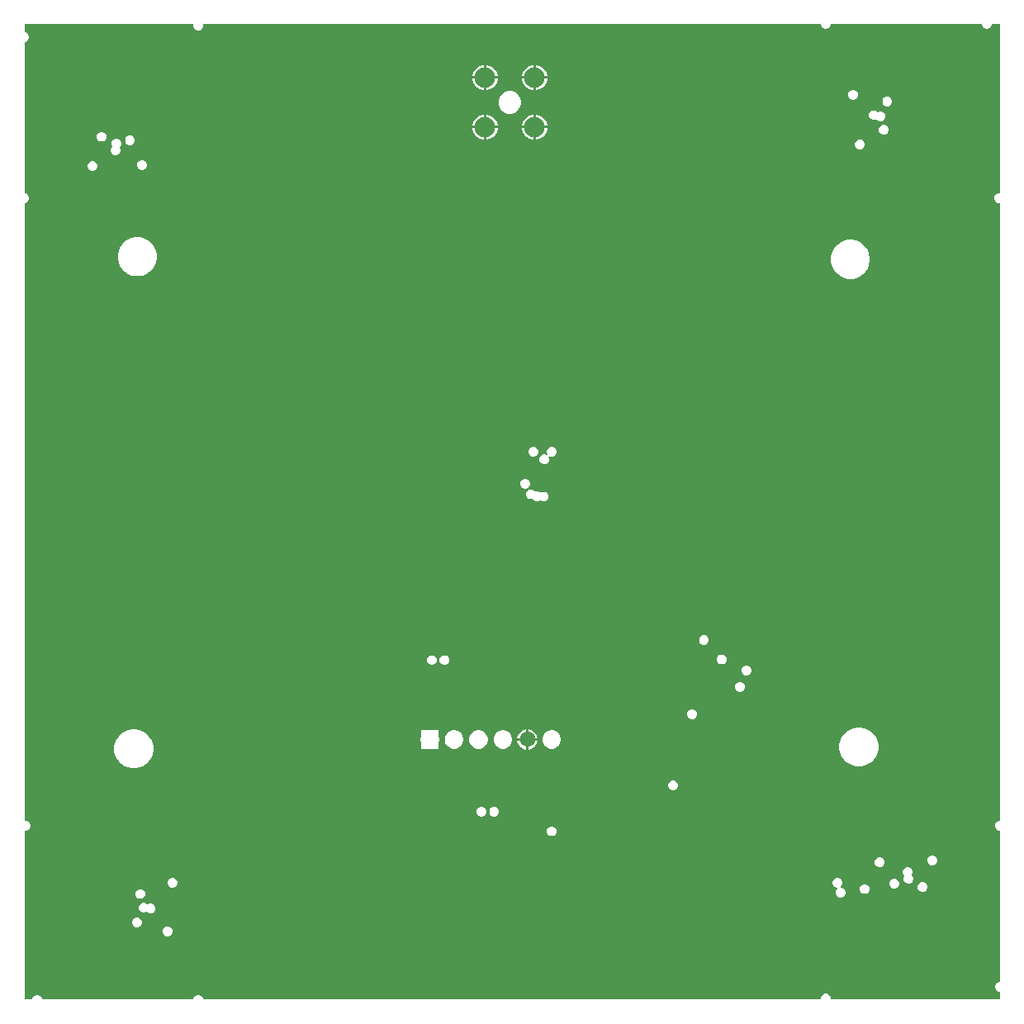
<source format=gbr>
G04*
G04 #@! TF.GenerationSoftware,Altium Limited,Altium Designer,25.0.2 (28)*
G04*
G04 Layer_Physical_Order=2*
G04 Layer_Color=36540*
%FSLAX24Y24*%
%MOIN*%
G70*
G04*
G04 #@! TF.SameCoordinates,4B7BC283-7035-4C9F-97D5-5998C8FB6373*
G04*
G04*
G04 #@! TF.FilePolarity,Positive*
G04*
G01*
G75*
%ADD70C,0.0630*%
%ADD73C,0.0827*%
%ADD76C,0.0197*%
G36*
X59039Y52228D02*
X58968D01*
X58896Y52198D01*
X58841Y52143D01*
X58811Y52070D01*
Y51992D01*
X58841Y51920D01*
X58896Y51864D01*
X58968Y51834D01*
X59039D01*
Y26891D01*
X59006D01*
X58934Y26861D01*
X58878Y26806D01*
X58848Y26734D01*
Y26655D01*
X58878Y26583D01*
X58934Y26528D01*
X59006Y26498D01*
X59039D01*
Y20377D01*
X59003D01*
X58931Y20348D01*
X58876Y20292D01*
X58846Y20220D01*
Y20141D01*
X58876Y20069D01*
X58931Y20014D01*
X59003Y19984D01*
X59039D01*
Y19669D01*
X52219D01*
X52214Y19676D01*
Y19754D01*
X52184Y19827D01*
X52129Y19882D01*
X52057Y19912D01*
X51978D01*
X51906Y19882D01*
X51851Y19827D01*
X51821Y19754D01*
Y19676D01*
X51816Y19669D01*
X26891D01*
Y19703D01*
X26861Y19775D01*
X26806Y19830D01*
X26734Y19860D01*
X26655D01*
X26583Y19830D01*
X26528Y19775D01*
X26498Y19703D01*
Y19669D01*
X20377D01*
Y19705D01*
X20348Y19778D01*
X20292Y19833D01*
X20220Y19863D01*
X20141D01*
X20069Y19833D01*
X20014Y19778D01*
X19984Y19705D01*
Y19669D01*
X19669D01*
Y26490D01*
X19676Y26494D01*
X19754D01*
X19827Y26524D01*
X19882Y26580D01*
X19912Y26652D01*
Y26730D01*
X19882Y26803D01*
X19827Y26858D01*
X19754Y26888D01*
X19676D01*
X19669Y26893D01*
Y51817D01*
X19703D01*
X19775Y51847D01*
X19830Y51903D01*
X19860Y51975D01*
Y52053D01*
X19830Y52126D01*
X19775Y52181D01*
X19703Y52211D01*
X19669D01*
Y58331D01*
X19705D01*
X19778Y58361D01*
X19833Y58417D01*
X19863Y58489D01*
Y58567D01*
X19833Y58640D01*
X19778Y58695D01*
X19705Y58725D01*
X19669D01*
Y59039D01*
X26490D01*
X26494Y59033D01*
Y58954D01*
X26524Y58882D01*
X26580Y58827D01*
X26652Y58797D01*
X26730D01*
X26803Y58827D01*
X26858Y58882D01*
X26888Y58954D01*
Y59033D01*
X26893Y59039D01*
X51824D01*
Y59013D01*
X51854Y58941D01*
X51910Y58885D01*
X51982Y58855D01*
X52060D01*
X52133Y58885D01*
X52188Y58941D01*
X52218Y59013D01*
Y59039D01*
X58324D01*
Y59010D01*
X58354Y58938D01*
X58410Y58883D01*
X58482Y58853D01*
X58560D01*
X58633Y58883D01*
X58688Y58938D01*
X58718Y59010D01*
Y59039D01*
X59039D01*
Y52228D01*
D02*
G37*
%LPC*%
G36*
X38327Y57398D02*
X38309D01*
Y56935D01*
X38772D01*
Y56953D01*
X38737Y57083D01*
X38669Y57200D01*
X38574Y57295D01*
X38457Y57363D01*
X38327Y57398D01*
D02*
G37*
G36*
X40327D02*
X40309D01*
Y56935D01*
X40772D01*
Y56953D01*
X40737Y57083D01*
X40669Y57200D01*
X40574Y57295D01*
X40457Y57363D01*
X40327Y57398D01*
D02*
G37*
G36*
X38211D02*
X38192D01*
X38062Y57363D01*
X37946Y57295D01*
X37850Y57200D01*
X37783Y57083D01*
X37748Y56953D01*
Y56935D01*
X38211D01*
Y57398D01*
D02*
G37*
G36*
X40211D02*
X40192D01*
X40062Y57363D01*
X39946Y57295D01*
X39850Y57200D01*
X39783Y57083D01*
X39748Y56953D01*
Y56935D01*
X40211D01*
Y57398D01*
D02*
G37*
G36*
X40772Y56837D02*
X40309D01*
Y56374D01*
X40327D01*
X40457Y56409D01*
X40574Y56476D01*
X40669Y56572D01*
X40737Y56688D01*
X40772Y56818D01*
Y56837D01*
D02*
G37*
G36*
X40211D02*
X39748D01*
Y56818D01*
X39783Y56688D01*
X39850Y56572D01*
X39946Y56476D01*
X40062Y56409D01*
X40192Y56374D01*
X40211D01*
Y56837D01*
D02*
G37*
G36*
X38772D02*
X38309D01*
Y56374D01*
X38327D01*
X38457Y56409D01*
X38574Y56476D01*
X38669Y56572D01*
X38737Y56688D01*
X38772Y56818D01*
Y56837D01*
D02*
G37*
G36*
X38211D02*
X37748D01*
Y56818D01*
X37783Y56688D01*
X37850Y56572D01*
X37946Y56476D01*
X38062Y56409D01*
X38192Y56374D01*
X38211D01*
Y56837D01*
D02*
G37*
G36*
X53161Y56393D02*
X53083D01*
X53011Y56363D01*
X52955Y56307D01*
X52925Y56235D01*
Y56157D01*
X52955Y56084D01*
X53011Y56029D01*
X53083Y55999D01*
X53161D01*
X53234Y56029D01*
X53289Y56084D01*
X53319Y56157D01*
Y56235D01*
X53289Y56307D01*
X53234Y56363D01*
X53161Y56393D01*
D02*
G37*
G36*
X54538Y56121D02*
X54460D01*
X54387Y56091D01*
X54332Y56036D01*
X54302Y55964D01*
Y55885D01*
X54332Y55813D01*
X54387Y55757D01*
X54460Y55728D01*
X54538D01*
X54610Y55757D01*
X54666Y55813D01*
X54696Y55885D01*
Y55964D01*
X54666Y56036D01*
X54610Y56091D01*
X54538Y56121D01*
D02*
G37*
G36*
X39319Y56339D02*
X39200D01*
X39085Y56308D01*
X38982Y56248D01*
X38898Y56164D01*
X38838Y56061D01*
X38807Y55945D01*
Y55826D01*
X38838Y55711D01*
X38898Y55608D01*
X38982Y55524D01*
X39085Y55464D01*
X39200Y55433D01*
X39319D01*
X39435Y55464D01*
X39538Y55524D01*
X39622Y55608D01*
X39682Y55711D01*
X39713Y55826D01*
Y55945D01*
X39682Y56061D01*
X39622Y56164D01*
X39538Y56248D01*
X39435Y56308D01*
X39319Y56339D01*
D02*
G37*
G36*
X53988Y55566D02*
X53910D01*
X53837Y55536D01*
X53782Y55481D01*
X53752Y55408D01*
Y55330D01*
X53782Y55258D01*
X53837Y55202D01*
X53910Y55172D01*
X53988D01*
X54060Y55202D01*
X54067Y55209D01*
X54113Y55163D01*
X54185Y55133D01*
X54264D01*
X54336Y55163D01*
X54391Y55218D01*
X54421Y55291D01*
Y55369D01*
X54391Y55441D01*
X54336Y55497D01*
X54264Y55527D01*
X54185D01*
X54113Y55497D01*
X54106Y55490D01*
X54060Y55536D01*
X53988Y55566D01*
D02*
G37*
G36*
X38327Y55398D02*
X38309D01*
Y54935D01*
X38772D01*
Y54953D01*
X38737Y55083D01*
X38669Y55200D01*
X38574Y55295D01*
X38457Y55363D01*
X38327Y55398D01*
D02*
G37*
G36*
X40327D02*
X40309D01*
Y54935D01*
X40772D01*
Y54953D01*
X40737Y55083D01*
X40669Y55200D01*
X40574Y55295D01*
X40457Y55363D01*
X40327Y55398D01*
D02*
G37*
G36*
X38211D02*
X38192D01*
X38062Y55363D01*
X37946Y55295D01*
X37850Y55200D01*
X37783Y55083D01*
X37748Y54953D01*
Y54935D01*
X38211D01*
Y55398D01*
D02*
G37*
G36*
X40211D02*
X40192D01*
X40062Y55363D01*
X39946Y55295D01*
X39850Y55200D01*
X39783Y55083D01*
X39748Y54953D01*
Y54935D01*
X40211D01*
Y55398D01*
D02*
G37*
G36*
X54398Y54974D02*
X54320D01*
X54247Y54944D01*
X54192Y54889D01*
X54162Y54816D01*
Y54738D01*
X54192Y54666D01*
X54247Y54610D01*
X54320Y54580D01*
X54398D01*
X54470Y54610D01*
X54526Y54666D01*
X54556Y54738D01*
Y54816D01*
X54526Y54889D01*
X54470Y54944D01*
X54398Y54974D01*
D02*
G37*
G36*
X40772Y54837D02*
X40309D01*
Y54374D01*
X40327D01*
X40457Y54409D01*
X40574Y54476D01*
X40669Y54572D01*
X40737Y54688D01*
X40772Y54818D01*
Y54837D01*
D02*
G37*
G36*
X40211D02*
X39748D01*
Y54818D01*
X39783Y54688D01*
X39850Y54572D01*
X39946Y54476D01*
X40062Y54409D01*
X40192Y54374D01*
X40211D01*
Y54837D01*
D02*
G37*
G36*
X38772D02*
X38309D01*
Y54374D01*
X38327D01*
X38457Y54409D01*
X38574Y54476D01*
X38669Y54572D01*
X38737Y54688D01*
X38772Y54818D01*
Y54837D01*
D02*
G37*
G36*
X38211D02*
X37748D01*
Y54818D01*
X37783Y54688D01*
X37850Y54572D01*
X37946Y54476D01*
X38062Y54409D01*
X38192Y54374D01*
X38211D01*
Y54837D01*
D02*
G37*
G36*
X22823Y54696D02*
X22745D01*
X22673Y54666D01*
X22617Y54610D01*
X22587Y54538D01*
Y54460D01*
X22617Y54387D01*
X22673Y54332D01*
X22745Y54302D01*
X22823D01*
X22896Y54332D01*
X22951Y54387D01*
X22981Y54460D01*
Y54538D01*
X22951Y54610D01*
X22896Y54666D01*
X22823Y54696D01*
D02*
G37*
G36*
X23971Y54556D02*
X23892D01*
X23820Y54526D01*
X23765Y54470D01*
X23735Y54398D01*
Y54320D01*
X23765Y54247D01*
X23820Y54192D01*
X23892Y54162D01*
X23971D01*
X24043Y54192D01*
X24098Y54247D01*
X24128Y54320D01*
Y54398D01*
X24098Y54470D01*
X24043Y54526D01*
X23971Y54556D01*
D02*
G37*
G36*
X53437Y54385D02*
X53358D01*
X53286Y54355D01*
X53231Y54300D01*
X53201Y54227D01*
Y54149D01*
X53231Y54077D01*
X53286Y54021D01*
X53358Y53991D01*
X53437D01*
X53509Y54021D01*
X53565Y54077D01*
X53594Y54149D01*
Y54227D01*
X53565Y54300D01*
X53509Y54355D01*
X53437Y54385D01*
D02*
G37*
G36*
X23418Y54421D02*
X23340D01*
X23267Y54391D01*
X23212Y54336D01*
X23182Y54264D01*
Y54185D01*
X23212Y54113D01*
X23219Y54106D01*
X23173Y54060D01*
X23143Y53988D01*
Y53910D01*
X23173Y53837D01*
X23228Y53782D01*
X23300Y53752D01*
X23379D01*
X23451Y53782D01*
X23506Y53837D01*
X23536Y53910D01*
Y53988D01*
X23506Y54060D01*
X23500Y54067D01*
X23546Y54113D01*
X23576Y54185D01*
Y54264D01*
X23546Y54336D01*
X23490Y54391D01*
X23418Y54421D01*
D02*
G37*
G36*
X24460Y53558D02*
X24382D01*
X24310Y53528D01*
X24254Y53473D01*
X24224Y53400D01*
Y53322D01*
X24254Y53250D01*
X24310Y53194D01*
X24382Y53164D01*
X24460D01*
X24533Y53194D01*
X24588Y53250D01*
X24618Y53322D01*
Y53400D01*
X24588Y53473D01*
X24533Y53528D01*
X24460Y53558D01*
D02*
G37*
G36*
X22453Y53519D02*
X22374D01*
X22302Y53489D01*
X22246Y53433D01*
X22217Y53361D01*
Y53283D01*
X22246Y53210D01*
X22302Y53155D01*
X22374Y53125D01*
X22453D01*
X22525Y53155D01*
X22580Y53210D01*
X22610Y53283D01*
Y53361D01*
X22580Y53433D01*
X22525Y53489D01*
X22453Y53519D01*
D02*
G37*
G36*
X24306Y50445D02*
X24151D01*
X23999Y50415D01*
X23855Y50355D01*
X23726Y50269D01*
X23617Y50159D01*
X23530Y50030D01*
X23471Y49887D01*
X23441Y49735D01*
Y49580D01*
X23471Y49428D01*
X23530Y49284D01*
X23617Y49155D01*
X23726Y49046D01*
X23855Y48960D01*
X23999Y48900D01*
X24151Y48870D01*
X24306D01*
X24458Y48900D01*
X24601Y48960D01*
X24730Y49046D01*
X24840Y49155D01*
X24926Y49284D01*
X24986Y49428D01*
X25016Y49580D01*
Y49735D01*
X24986Y49887D01*
X24926Y50030D01*
X24840Y50159D01*
X24730Y50269D01*
X24601Y50355D01*
X24458Y50415D01*
X24306Y50445D01*
D02*
G37*
G36*
X53085Y50335D02*
X52930D01*
X52778Y50304D01*
X52635Y50245D01*
X52506Y50159D01*
X52396Y50049D01*
X52310Y49920D01*
X52251Y49777D01*
X52220Y49625D01*
Y49470D01*
X52251Y49318D01*
X52310Y49174D01*
X52396Y49045D01*
X52506Y48936D01*
X52635Y48849D01*
X52778Y48790D01*
X52930Y48760D01*
X53085D01*
X53238Y48790D01*
X53381Y48849D01*
X53510Y48936D01*
X53620Y49045D01*
X53706Y49174D01*
X53765Y49318D01*
X53795Y49470D01*
Y49625D01*
X53765Y49777D01*
X53706Y49920D01*
X53620Y50049D01*
X53510Y50159D01*
X53381Y50245D01*
X53238Y50304D01*
X53085Y50335D01*
D02*
G37*
G36*
X40996Y41983D02*
X40918D01*
X40845Y41953D01*
X40790Y41898D01*
X40760Y41826D01*
Y41747D01*
X40790Y41675D01*
X40797Y41668D01*
X40773Y41638D01*
X40700Y41668D01*
X40622D01*
X40550Y41638D01*
X40494Y41583D01*
X40464Y41511D01*
Y41432D01*
X40494Y41360D01*
X40550Y41305D01*
X40622Y41275D01*
X40700D01*
X40773Y41305D01*
X40828Y41360D01*
X40858Y41432D01*
Y41511D01*
X40828Y41583D01*
X40821Y41590D01*
X40845Y41620D01*
X40918Y41590D01*
X40996D01*
X41068Y41620D01*
X41124Y41675D01*
X41154Y41747D01*
Y41826D01*
X41124Y41898D01*
X41068Y41953D01*
X40996Y41983D01*
D02*
G37*
G36*
X40248D02*
X40170D01*
X40097Y41953D01*
X40042Y41898D01*
X40012Y41826D01*
Y41747D01*
X40042Y41675D01*
X40097Y41620D01*
X40170Y41590D01*
X40248D01*
X40320Y41620D01*
X40376Y41675D01*
X40406Y41747D01*
Y41826D01*
X40376Y41898D01*
X40320Y41953D01*
X40248Y41983D01*
D02*
G37*
G36*
X39925Y40687D02*
X39847D01*
X39774Y40657D01*
X39719Y40602D01*
X39689Y40529D01*
Y40451D01*
X39719Y40379D01*
X39774Y40323D01*
X39847Y40293D01*
X39925D01*
X39997Y40323D01*
X40053Y40379D01*
X40083Y40451D01*
Y40529D01*
X40053Y40602D01*
X39997Y40657D01*
X39925Y40687D01*
D02*
G37*
G36*
X40141Y40263D02*
X40063D01*
X39990Y40233D01*
X39935Y40178D01*
X39905Y40106D01*
Y40027D01*
X39935Y39955D01*
X39990Y39900D01*
X40063Y39870D01*
X40141D01*
X40187Y39889D01*
X40195Y39870D01*
X40251Y39814D01*
X40323Y39784D01*
X40401D01*
X40474Y39814D01*
X40488Y39828D01*
X40513Y39802D01*
X40586Y39773D01*
X40664D01*
X40736Y39802D01*
X40792Y39858D01*
X40822Y39930D01*
Y40009D01*
X40792Y40081D01*
X40736Y40136D01*
X40664Y40166D01*
X40586D01*
X40513Y40136D01*
X40499Y40122D01*
X40474Y40148D01*
X40401Y40178D01*
X40323D01*
X40277Y40159D01*
X40269Y40178D01*
X40213Y40233D01*
X40141Y40263D01*
D02*
G37*
G36*
X47138Y34385D02*
X47059D01*
X46987Y34355D01*
X46932Y34300D01*
X46902Y34227D01*
Y34149D01*
X46932Y34077D01*
X46987Y34021D01*
X47059Y33991D01*
X47138D01*
X47210Y34021D01*
X47265Y34077D01*
X47295Y34149D01*
Y34227D01*
X47265Y34300D01*
X47210Y34355D01*
X47138Y34385D01*
D02*
G37*
G36*
X47844Y33598D02*
X47766D01*
X47694Y33568D01*
X47638Y33512D01*
X47608Y33440D01*
Y33362D01*
X47638Y33289D01*
X47694Y33234D01*
X47766Y33204D01*
X47844D01*
X47917Y33234D01*
X47972Y33289D01*
X48002Y33362D01*
Y33440D01*
X47972Y33512D01*
X47917Y33568D01*
X47844Y33598D01*
D02*
G37*
G36*
X36665Y33566D02*
X36587D01*
X36514Y33536D01*
X36459Y33481D01*
X36429Y33408D01*
Y33330D01*
X36459Y33258D01*
X36514Y33202D01*
X36587Y33172D01*
X36665D01*
X36737Y33202D01*
X36793Y33258D01*
X36823Y33330D01*
Y33408D01*
X36793Y33481D01*
X36737Y33536D01*
X36665Y33566D01*
D02*
G37*
G36*
X36153D02*
X36075D01*
X36003Y33536D01*
X35947Y33481D01*
X35917Y33408D01*
Y33330D01*
X35947Y33258D01*
X36003Y33202D01*
X36075Y33172D01*
X36153D01*
X36226Y33202D01*
X36281Y33258D01*
X36311Y33330D01*
Y33408D01*
X36281Y33481D01*
X36226Y33536D01*
X36153Y33566D01*
D02*
G37*
G36*
X48850Y33157D02*
X48772D01*
X48700Y33127D01*
X48644Y33071D01*
X48614Y32999D01*
Y32921D01*
X48644Y32848D01*
X48700Y32793D01*
X48772Y32763D01*
X48850D01*
X48923Y32793D01*
X48978Y32848D01*
X49008Y32921D01*
Y32999D01*
X48978Y33071D01*
X48923Y33127D01*
X48850Y33157D01*
D02*
G37*
G36*
X48594Y32495D02*
X48516D01*
X48444Y32465D01*
X48388Y32410D01*
X48358Y32337D01*
Y32259D01*
X48388Y32187D01*
X48444Y32131D01*
X48516Y32101D01*
X48594D01*
X48667Y32131D01*
X48722Y32187D01*
X48752Y32259D01*
Y32337D01*
X48722Y32410D01*
X48667Y32465D01*
X48594Y32495D01*
D02*
G37*
G36*
X46665Y31393D02*
X46587D01*
X46514Y31363D01*
X46459Y31307D01*
X46429Y31235D01*
Y31157D01*
X46459Y31084D01*
X46514Y31029D01*
X46587Y30999D01*
X46665D01*
X46737Y31029D01*
X46793Y31084D01*
X46823Y31157D01*
Y31235D01*
X46793Y31307D01*
X46737Y31363D01*
X46665Y31393D01*
D02*
G37*
G36*
X40023Y30583D02*
X40018D01*
Y30219D01*
X40382D01*
Y30224D01*
X40354Y30329D01*
X40299Y30423D01*
X40222Y30500D01*
X40128Y30555D01*
X40023Y30583D01*
D02*
G37*
G36*
X39919D02*
X39914D01*
X39809Y30555D01*
X39715Y30500D01*
X39638Y30423D01*
X39583Y30329D01*
X39555Y30224D01*
Y30219D01*
X39919D01*
Y30583D01*
D02*
G37*
G36*
X36081Y30543D02*
X35982D01*
X35982Y30543D01*
X35672D01*
Y30275D01*
X35657Y30219D01*
Y30120D01*
X35672Y30064D01*
Y29795D01*
X36391D01*
Y30064D01*
X36405Y30120D01*
Y30219D01*
X36391Y30274D01*
Y30543D01*
X36081D01*
X36081Y30543D01*
D02*
G37*
G36*
X41002Y30543D02*
X40904D01*
X40904Y30543D01*
X40904D01*
X40808Y30518D01*
X40723Y30469D01*
X40653Y30399D01*
X40604Y30314D01*
X40579Y30219D01*
Y30120D01*
X40604Y30025D01*
X40653Y29940D01*
X40723Y29870D01*
X40808Y29821D01*
X40904Y29795D01*
X41002D01*
X41002Y29795D01*
X41002D01*
X41097Y29821D01*
X41183Y29870D01*
X41252Y29940D01*
X41301Y30025D01*
X41327Y30120D01*
Y30219D01*
X41301Y30314D01*
X41252Y30399D01*
X41183Y30469D01*
X41097Y30518D01*
X41002Y30543D01*
D02*
G37*
G36*
X39034D02*
X38935D01*
X38935Y30543D01*
X38935D01*
X38840Y30518D01*
X38754Y30469D01*
X38685Y30399D01*
X38636Y30314D01*
X38610Y30219D01*
Y30120D01*
X38636Y30025D01*
X38685Y29940D01*
X38754Y29870D01*
X38840Y29821D01*
X38935Y29795D01*
X39033D01*
X39033Y29795D01*
X39034D01*
X39129Y29821D01*
X39214Y29870D01*
X39284Y29940D01*
X39333Y30025D01*
X39358Y30120D01*
Y30219D01*
X39333Y30314D01*
X39284Y30399D01*
X39214Y30469D01*
X39129Y30518D01*
X39034Y30543D01*
D02*
G37*
G36*
X38049D02*
X37951D01*
X37951Y30543D01*
X37951D01*
X37856Y30518D01*
X37770Y30469D01*
X37701Y30399D01*
X37651Y30314D01*
X37626Y30219D01*
Y30120D01*
X37651Y30025D01*
X37701Y29940D01*
X37770Y29870D01*
X37856Y29821D01*
X37951Y29795D01*
X38049D01*
X38144Y29821D01*
X38144Y29821D01*
X38144Y29821D01*
X38230Y29870D01*
X38299Y29940D01*
X38348Y30025D01*
X38374Y30120D01*
Y30219D01*
X38348Y30314D01*
X38299Y30399D01*
X38230Y30469D01*
X38144Y30518D01*
X38049Y30543D01*
D02*
G37*
G36*
X37065D02*
X36967D01*
X36967Y30543D01*
X36966D01*
X36871Y30518D01*
X36786Y30469D01*
X36716Y30399D01*
X36667Y30314D01*
X36642Y30219D01*
Y30120D01*
X36667Y30025D01*
X36716Y29940D01*
X36786Y29870D01*
X36871Y29821D01*
X36966Y29795D01*
X37065D01*
X37065Y29795D01*
X37065D01*
X37160Y29821D01*
X37245Y29870D01*
X37315Y29940D01*
X37364Y30025D01*
X37390Y30120D01*
Y30219D01*
X37364Y30314D01*
X37315Y30399D01*
X37245Y30469D01*
X37160Y30518D01*
X37065Y30543D01*
D02*
G37*
G36*
X40382Y30120D02*
X40018D01*
Y29756D01*
X40023D01*
X40128Y29784D01*
X40222Y29839D01*
X40299Y29915D01*
X40354Y30010D01*
X40382Y30115D01*
Y30120D01*
D02*
G37*
G36*
X39919D02*
X39555D01*
Y30115D01*
X39583Y30010D01*
X39638Y29915D01*
X39715Y29839D01*
X39809Y29784D01*
X39914Y29756D01*
X39919D01*
Y30120D01*
D02*
G37*
G36*
X53432Y30656D02*
X53277D01*
X53125Y30625D01*
X52981Y30566D01*
X52852Y30480D01*
X52743Y30370D01*
X52656Y30241D01*
X52597Y30098D01*
X52567Y29946D01*
Y29791D01*
X52597Y29638D01*
X52656Y29495D01*
X52743Y29366D01*
X52852Y29256D01*
X52981Y29170D01*
X53125Y29111D01*
X53277Y29081D01*
X53432D01*
X53584Y29111D01*
X53727Y29170D01*
X53856Y29256D01*
X53966Y29366D01*
X54052Y29495D01*
X54112Y29638D01*
X54142Y29791D01*
Y29946D01*
X54112Y30098D01*
X54052Y30241D01*
X53966Y30370D01*
X53856Y30480D01*
X53727Y30566D01*
X53584Y30625D01*
X53432Y30656D01*
D02*
G37*
G36*
X24164Y30583D02*
X24009D01*
X23857Y30552D01*
X23714Y30493D01*
X23585Y30407D01*
X23475Y30297D01*
X23389Y30168D01*
X23329Y30025D01*
X23299Y29873D01*
Y29718D01*
X23329Y29566D01*
X23389Y29422D01*
X23475Y29293D01*
X23585Y29184D01*
X23714Y29097D01*
X23857Y29038D01*
X24009Y29008D01*
X24164D01*
X24316Y29038D01*
X24460Y29097D01*
X24589Y29184D01*
X24698Y29293D01*
X24784Y29422D01*
X24844Y29566D01*
X24874Y29718D01*
Y29873D01*
X24844Y30025D01*
X24784Y30168D01*
X24698Y30297D01*
X24589Y30407D01*
X24460Y30493D01*
X24316Y30552D01*
X24164Y30583D01*
D02*
G37*
G36*
X45893Y28519D02*
X45815D01*
X45743Y28489D01*
X45687Y28433D01*
X45657Y28361D01*
Y28283D01*
X45687Y28210D01*
X45743Y28155D01*
X45815Y28125D01*
X45893D01*
X45966Y28155D01*
X46021Y28210D01*
X46051Y28283D01*
Y28361D01*
X46021Y28433D01*
X45966Y28489D01*
X45893Y28519D01*
D02*
G37*
G36*
X38673Y27456D02*
X38595D01*
X38522Y27426D01*
X38467Y27370D01*
X38437Y27298D01*
Y27220D01*
X38467Y27147D01*
X38522Y27092D01*
X38595Y27062D01*
X38673D01*
X38745Y27092D01*
X38801Y27147D01*
X38831Y27220D01*
Y27298D01*
X38801Y27370D01*
X38745Y27426D01*
X38673Y27456D01*
D02*
G37*
G36*
X38161D02*
X38083D01*
X38011Y27426D01*
X37955Y27370D01*
X37925Y27298D01*
Y27220D01*
X37955Y27147D01*
X38011Y27092D01*
X38083Y27062D01*
X38161D01*
X38234Y27092D01*
X38289Y27147D01*
X38319Y27220D01*
Y27298D01*
X38289Y27370D01*
X38234Y27426D01*
X38161Y27456D01*
D02*
G37*
G36*
X40987Y26663D02*
X40909D01*
X40837Y26633D01*
X40781Y26577D01*
X40751Y26505D01*
Y26427D01*
X40781Y26354D01*
X40837Y26299D01*
X40909Y26269D01*
X40987D01*
X41060Y26299D01*
X41115Y26354D01*
X41145Y26427D01*
Y26505D01*
X41115Y26577D01*
X41060Y26633D01*
X40987Y26663D01*
D02*
G37*
G36*
X56350Y25487D02*
X56272D01*
X56200Y25457D01*
X56144Y25402D01*
X56114Y25330D01*
Y25251D01*
X56144Y25179D01*
X56200Y25124D01*
X56272Y25094D01*
X56350D01*
X56423Y25124D01*
X56478Y25179D01*
X56508Y25251D01*
Y25330D01*
X56478Y25402D01*
X56423Y25457D01*
X56350Y25487D01*
D02*
G37*
G36*
X54232Y25409D02*
X54153D01*
X54081Y25379D01*
X54026Y25323D01*
X53996Y25251D01*
Y25173D01*
X54026Y25100D01*
X54081Y25045D01*
X54153Y25015D01*
X54232D01*
X54304Y25045D01*
X54359Y25100D01*
X54389Y25173D01*
Y25251D01*
X54359Y25323D01*
X54304Y25379D01*
X54232Y25409D01*
D02*
G37*
G36*
X55366Y25015D02*
X55288D01*
X55215Y24985D01*
X55160Y24929D01*
X55130Y24857D01*
Y24779D01*
X55160Y24706D01*
X55202Y24664D01*
X55191Y24653D01*
X55161Y24580D01*
Y24502D01*
X55191Y24430D01*
X55247Y24374D01*
X55319Y24344D01*
X55397D01*
X55470Y24374D01*
X55525Y24430D01*
X55555Y24502D01*
Y24580D01*
X55525Y24653D01*
X55482Y24695D01*
X55494Y24706D01*
X55524Y24779D01*
Y24857D01*
X55494Y24929D01*
X55438Y24985D01*
X55366Y25015D01*
D02*
G37*
G36*
X25681Y24582D02*
X25603D01*
X25530Y24552D01*
X25475Y24496D01*
X25445Y24424D01*
Y24346D01*
X25475Y24273D01*
X25530Y24218D01*
X25603Y24188D01*
X25681D01*
X25753Y24218D01*
X25809Y24273D01*
X25839Y24346D01*
Y24424D01*
X25809Y24496D01*
X25753Y24552D01*
X25681Y24582D01*
D02*
G37*
G36*
X54816Y24547D02*
X54738D01*
X54666Y24517D01*
X54610Y24461D01*
X54580Y24389D01*
Y24311D01*
X54610Y24238D01*
X54666Y24183D01*
X54738Y24153D01*
X54816D01*
X54889Y24183D01*
X54944Y24238D01*
X54974Y24311D01*
Y24389D01*
X54944Y24461D01*
X54889Y24517D01*
X54816Y24547D01*
D02*
G37*
G36*
X55964Y24407D02*
X55885D01*
X55813Y24377D01*
X55757Y24321D01*
X55728Y24249D01*
Y24171D01*
X55757Y24098D01*
X55813Y24043D01*
X55885Y24013D01*
X55964D01*
X56036Y24043D01*
X56091Y24098D01*
X56121Y24171D01*
Y24249D01*
X56091Y24321D01*
X56036Y24377D01*
X55964Y24407D01*
D02*
G37*
G36*
X53634Y24331D02*
X53555D01*
X53483Y24301D01*
X53428Y24246D01*
X53398Y24173D01*
Y24095D01*
X53428Y24023D01*
X53483Y23967D01*
X53555Y23937D01*
X53634D01*
X53706Y23967D01*
X53761Y24023D01*
X53791Y24095D01*
Y24173D01*
X53761Y24246D01*
X53706Y24301D01*
X53634Y24331D01*
D02*
G37*
G36*
X52531Y24584D02*
X52453D01*
X52381Y24555D01*
X52325Y24499D01*
X52295Y24427D01*
Y24348D01*
X52325Y24276D01*
X52381Y24221D01*
X52453Y24191D01*
X52477D01*
X52481Y24183D01*
X52489Y24151D01*
X52440Y24103D01*
X52410Y24030D01*
Y23952D01*
X52440Y23880D01*
X52496Y23824D01*
X52568Y23794D01*
X52646D01*
X52719Y23824D01*
X52774Y23880D01*
X52804Y23952D01*
Y24030D01*
X52774Y24103D01*
X52719Y24158D01*
X52646Y24188D01*
X52622D01*
X52618Y24196D01*
X52610Y24227D01*
X52659Y24276D01*
X52689Y24348D01*
Y24427D01*
X52659Y24499D01*
X52604Y24555D01*
X52531Y24584D01*
D02*
G37*
G36*
X24389Y24128D02*
X24311D01*
X24238Y24098D01*
X24183Y24043D01*
X24153Y23971D01*
Y23892D01*
X24183Y23820D01*
X24238Y23765D01*
X24311Y23735D01*
X24389D01*
X24461Y23765D01*
X24517Y23820D01*
X24547Y23892D01*
Y23971D01*
X24517Y24043D01*
X24461Y24098D01*
X24389Y24128D01*
D02*
G37*
G36*
X24523Y23576D02*
X24445D01*
X24373Y23546D01*
X24317Y23490D01*
X24287Y23418D01*
Y23340D01*
X24317Y23267D01*
X24373Y23212D01*
X24445Y23182D01*
X24523D01*
X24596Y23212D01*
X24602Y23219D01*
X24648Y23173D01*
X24721Y23143D01*
X24799D01*
X24871Y23173D01*
X24927Y23228D01*
X24957Y23300D01*
Y23379D01*
X24927Y23451D01*
X24871Y23506D01*
X24799Y23536D01*
X24721D01*
X24648Y23506D01*
X24642Y23500D01*
X24596Y23546D01*
X24523Y23576D01*
D02*
G37*
G36*
X24249Y22981D02*
X24171D01*
X24098Y22951D01*
X24043Y22896D01*
X24013Y22823D01*
Y22745D01*
X24043Y22673D01*
X24098Y22617D01*
X24171Y22587D01*
X24249D01*
X24321Y22617D01*
X24377Y22673D01*
X24407Y22745D01*
Y22823D01*
X24377Y22896D01*
X24321Y22951D01*
X24249Y22981D01*
D02*
G37*
G36*
X25478Y22628D02*
X25400D01*
X25328Y22598D01*
X25272Y22543D01*
X25242Y22470D01*
Y22392D01*
X25272Y22320D01*
X25328Y22264D01*
X25400Y22234D01*
X25478D01*
X25551Y22264D01*
X25606Y22320D01*
X25636Y22392D01*
Y22470D01*
X25606Y22543D01*
X25551Y22598D01*
X25478Y22628D01*
D02*
G37*
%LPD*%
D70*
X39969Y30169D02*
D03*
D73*
X40260Y56886D02*
D03*
X38260D02*
D03*
Y54886D02*
D03*
X40260D02*
D03*
D76*
X51913Y49732D02*
D03*
X38834Y23741D02*
D03*
X39894Y23746D02*
D03*
X41492Y23741D02*
D03*
X37236Y23746D02*
D03*
X48454Y47676D02*
D03*
X35806Y41993D02*
D03*
X34804Y44609D02*
D03*
X32991Y45288D02*
D03*
X35279Y41203D02*
D03*
X32020Y47392D02*
D03*
X27844Y51568D02*
D03*
X36404Y41211D02*
D03*
X35005Y43133D02*
D03*
X29416Y48838D02*
D03*
X30283Y47982D02*
D03*
X28119Y50159D02*
D03*
X34383Y43896D02*
D03*
X37715Y39921D02*
D03*
X34108Y45305D02*
D03*
X32716Y46697D02*
D03*
X35975Y40507D02*
D03*
X27423Y50855D02*
D03*
X32295Y45984D02*
D03*
X36559Y39893D02*
D03*
X25756Y53656D02*
D03*
X35005Y42148D02*
D03*
X26031Y52247D02*
D03*
X35500Y43913D02*
D03*
X33412Y46001D02*
D03*
X29236Y50176D02*
D03*
X28540Y50872D02*
D03*
X27148Y52264D02*
D03*
X33687Y44592D02*
D03*
X31599Y46680D02*
D03*
X35806Y42977D02*
D03*
X26727Y51551D02*
D03*
X31324Y48088D02*
D03*
X37367Y39115D02*
D03*
X30903Y47376D02*
D03*
X37100Y40515D02*
D03*
X24972Y23007D02*
D03*
X22807Y53479D02*
D03*
X58823Y27029D02*
D03*
X58397Y27029D02*
D03*
X58397Y26603D02*
D03*
X47413Y33873D02*
D03*
X42846Y39739D02*
D03*
X44815Y37810D02*
D03*
X46980Y36944D02*
D03*
X46547Y34188D02*
D03*
X46980Y34779D02*
D03*
X48083Y34188D02*
D03*
X46902Y32062D02*
D03*
X47531Y32456D02*
D03*
Y32731D02*
D03*
X21437Y30551D02*
D03*
X27471Y26997D02*
D03*
X28160Y27693D02*
D03*
X26627Y26136D02*
D03*
X25708Y25227D02*
D03*
X54382Y21432D02*
D03*
X54028Y21117D02*
D03*
X53398Y57101D02*
D03*
X56547Y57653D02*
D03*
X56980Y53401D02*
D03*
X57650Y53912D02*
D03*
X51689Y20356D02*
D03*
X51690Y19930D02*
D03*
X52116Y20357D02*
D03*
X20315Y58437D02*
D03*
X19888Y58863D02*
D03*
X20314Y58863D02*
D03*
X19886Y51679D02*
D03*
X20311Y52106D02*
D03*
X20312Y51680D02*
D03*
X27019Y58352D02*
D03*
X26593Y58352D02*
D03*
X27019Y58779D02*
D03*
X20357Y26593D02*
D03*
X20356Y27019D02*
D03*
X19930Y27019D02*
D03*
X20265Y20322D02*
D03*
X19846Y19888D02*
D03*
X19839Y20321D02*
D03*
X27030Y19886D02*
D03*
X26603Y20311D02*
D03*
X27029Y20312D02*
D03*
X58394Y20272D02*
D03*
X58821Y19846D02*
D03*
X58394Y19846D02*
D03*
X58779Y51690D02*
D03*
X58352Y52116D02*
D03*
X58352Y51689D02*
D03*
X51672Y58816D02*
D03*
X52099Y58390D02*
D03*
X51673Y58390D02*
D03*
X58437Y58394D02*
D03*
X58863Y58821D02*
D03*
X58863Y58394D02*
D03*
X54147Y57592D02*
D03*
X52807Y58931D02*
D03*
X39354Y39361D02*
D03*
X55327Y23382D02*
D03*
X39786Y39364D02*
D03*
X39349Y37968D02*
D03*
X40602Y39503D02*
D03*
X40130Y38598D02*
D03*
X38622Y38593D02*
D03*
X39357Y39788D02*
D03*
X25563Y21393D02*
D03*
X21350Y53086D02*
D03*
X57138Y25645D02*
D03*
X52846Y57062D02*
D03*
X53398Y54739D02*
D03*
X53673Y55015D02*
D03*
X53516Y55920D02*
D03*
X23004Y58755D02*
D03*
X55091D02*
D03*
X58831Y55802D02*
D03*
Y23716D02*
D03*
X23594Y19779D02*
D03*
X55681D02*
D03*
X49776D02*
D03*
X45051D02*
D03*
X38752D02*
D03*
X32453D02*
D03*
X30091Y58755D02*
D03*
X34815D02*
D03*
X39539D02*
D03*
X44264D02*
D03*
X48791D02*
D03*
X52768Y27298D02*
D03*
X50799Y29188D02*
D03*
X56665Y25999D02*
D03*
X56941Y23086D02*
D03*
X54736Y21747D02*
D03*
X56665Y21865D02*
D03*
X56350Y22220D02*
D03*
X25878Y22023D02*
D03*
X21035Y24661D02*
D03*
X21783Y23912D02*
D03*
X22217Y52810D02*
D03*
X21823Y55684D02*
D03*
X22217Y56668D02*
D03*
X24028Y57062D02*
D03*
X24500Y57495D02*
D03*
X52728Y56550D02*
D03*
X57413Y54227D02*
D03*
X56941Y54700D02*
D03*
X55681Y56865D02*
D03*
X56508Y56393D02*
D03*
X53398Y53873D02*
D03*
X26350Y53125D02*
D03*
X25130D02*
D03*
X26372Y58068D02*
D03*
X25112Y57950D02*
D03*
X25742Y58620D02*
D03*
X25703Y57360D02*
D03*
X25466Y58305D02*
D03*
X25978Y57714D02*
D03*
X26057Y58935D02*
D03*
X21057Y52856D02*
D03*
X19797Y52738D02*
D03*
X20427Y53407D02*
D03*
X20151Y53092D02*
D03*
X20663Y52501D02*
D03*
X20742Y53722D02*
D03*
X21057Y57725D02*
D03*
X19797Y57843D02*
D03*
X20427Y57174D02*
D03*
X21862Y57023D02*
D03*
X20151Y57489D02*
D03*
X20663Y58079D02*
D03*
X21429Y57377D02*
D03*
X20742Y56859D02*
D03*
X58050Y52356D02*
D03*
X57931Y53615D02*
D03*
X58601Y52985D02*
D03*
X57341Y53025D02*
D03*
X58286Y53261D02*
D03*
X57695Y52749D02*
D03*
X58916Y52671D02*
D03*
X52376Y58092D02*
D03*
X53674Y57972D02*
D03*
X53045Y57383D02*
D03*
X53271Y58441D02*
D03*
X52769Y57738D02*
D03*
X57722Y57671D02*
D03*
X57840Y58930D02*
D03*
X57171Y58300D02*
D03*
X57020Y56865D02*
D03*
X57486Y58576D02*
D03*
X58076Y58064D02*
D03*
X57335Y57259D02*
D03*
X56856Y57985D02*
D03*
X58069Y26310D02*
D03*
X57951Y25050D02*
D03*
X58620Y25680D02*
D03*
X57360Y25641D02*
D03*
X58305Y25404D02*
D03*
X57715Y25916D02*
D03*
X58935Y25995D02*
D03*
X58059Y20558D02*
D03*
X57941Y21818D02*
D03*
X58610Y21188D02*
D03*
X57351Y21227D02*
D03*
X56957Y21582D02*
D03*
X58295Y21464D02*
D03*
X57705Y20952D02*
D03*
X58925Y20873D02*
D03*
X52335Y20638D02*
D03*
X53595Y20757D02*
D03*
X52965Y20087D02*
D03*
X53004Y21347D02*
D03*
X53240Y20402D02*
D03*
X52729Y20993D02*
D03*
X52650Y19772D02*
D03*
X20635Y26377D02*
D03*
X20754Y25117D02*
D03*
X20084Y25747D02*
D03*
X21344Y25707D02*
D03*
X20399Y25471D02*
D03*
X20990Y25983D02*
D03*
X19769Y26062D02*
D03*
X24852Y20936D02*
D03*
X26312Y20642D02*
D03*
X25052Y20760D02*
D03*
X25682Y20091D02*
D03*
X25407Y20406D02*
D03*
X25919Y20996D02*
D03*
X25997Y19776D02*
D03*
X20878Y19779D02*
D03*
X20957Y20999D02*
D03*
X21469Y20409D02*
D03*
X23043Y21826D02*
D03*
X22256Y22456D02*
D03*
X21980Y22101D02*
D03*
X21587Y21747D02*
D03*
X36350Y31912D02*
D03*
X37335Y33015D02*
D03*
X36350Y32267D02*
D03*
X35415Y33379D02*
D03*
X35406Y33015D02*
D03*
X37325Y33379D02*
D03*
X37413Y27495D02*
D03*
X37129Y27407D02*
D03*
X39343Y27495D02*
D03*
X38358Y28204D02*
D03*
X39618Y27416D02*
D03*
X38358Y28558D02*
D03*
X38870Y40920D02*
D03*
X38594Y40645D02*
D03*
Y41747D02*
D03*
X41469Y41117D02*
D03*
X41350Y40684D02*
D03*
X38923Y39358D02*
D03*
X39357Y38929D02*
D03*
X23909Y53401D02*
D03*
X54815Y25369D02*
D03*
X25760Y21550D02*
D03*
X25209Y23637D02*
D03*
X25327Y23912D02*
D03*
X55681Y25015D02*
D03*
X54972Y24542D02*
D03*
X38555Y52849D02*
D03*
X38831Y52416D02*
D03*
X39657Y52220D02*
D03*
X39776Y54031D02*
D03*
Y53164D02*
D03*
X38752D02*
D03*
Y53873D02*
D03*
X53791Y55645D02*
D03*
X24539Y23755D02*
D03*
X23673Y54188D02*
D03*
X54149Y54943D02*
D03*
X24931Y54469D02*
D03*
X21478Y52851D02*
D03*
X21232Y21353D02*
D03*
X21193Y20094D02*
D03*
X21783Y20684D02*
D03*
X20563Y20645D02*
D03*
X45668Y31411D02*
D03*
X48201Y32377D02*
D03*
X38037Y37817D02*
D03*
X37053D02*
D03*
X36079Y37672D02*
D03*
X35383Y36976D02*
D03*
X33991Y35585D02*
D03*
X33295Y34889D02*
D03*
X32599Y34193D02*
D03*
X31903Y33497D02*
D03*
X31207Y32801D02*
D03*
X30674Y31973D02*
D03*
X30355Y31042D02*
D03*
X29659Y30346D02*
D03*
X28963Y29650D02*
D03*
X28267Y28955D02*
D03*
X27571Y28259D02*
D03*
X26875Y27563D02*
D03*
X25483Y26171D02*
D03*
X24787Y25475D02*
D03*
X29070Y28624D02*
D03*
X29766Y29320D02*
D03*
X30462Y30016D02*
D03*
X31158Y30712D02*
D03*
X31476Y31643D02*
D03*
X32010Y32470D02*
D03*
X32706Y33166D02*
D03*
X33402Y33862D02*
D03*
X34098Y34558D02*
D03*
X35490Y35950D02*
D03*
X36186Y36646D02*
D03*
X37098Y37016D02*
D03*
X38082D02*
D03*
X39029Y37284D02*
D03*
X39249Y36959D02*
D03*
X39784Y36133D02*
D03*
X40480Y35437D02*
D03*
X41176Y34741D02*
D03*
X41872Y34045D02*
D03*
X42568Y33349D02*
D03*
X43264Y32653D02*
D03*
X43960Y31957D02*
D03*
X44656Y31261D02*
D03*
X46024Y29394D02*
D03*
X47439Y28477D02*
D03*
X48135Y27781D02*
D03*
X48831Y27085D02*
D03*
X49571Y26436D02*
D03*
X50555Y26425D02*
D03*
X51539Y26424D02*
D03*
X52235Y25728D02*
D03*
X52829Y25088D02*
D03*
X53879Y25299D02*
D03*
X53144Y25954D02*
D03*
X52448Y26649D02*
D03*
X50666Y27227D02*
D03*
X49691Y27359D02*
D03*
X48995Y28055D02*
D03*
X48299Y28751D02*
D03*
X45157Y30650D02*
D03*
X44819Y32231D02*
D03*
X44123Y32927D02*
D03*
X43427Y33623D02*
D03*
X42731Y34319D02*
D03*
X42035Y35015D02*
D03*
X41339Y35711D02*
D03*
X40643Y36407D02*
D03*
X40050Y37192D02*
D03*
X52826Y53238D02*
D03*
X52130Y52542D02*
D03*
X50738Y51151D02*
D03*
X50042Y50455D02*
D03*
X47954Y48367D02*
D03*
X47258Y47671D02*
D03*
X46562Y46975D02*
D03*
X45866Y46279D02*
D03*
X45170Y45583D02*
D03*
X44475Y44887D02*
D03*
X43779Y44191D02*
D03*
X43359Y43300D02*
D03*
Y42316D02*
D03*
X42726Y41563D02*
D03*
X41089Y38793D02*
D03*
X41785Y39489D02*
D03*
X43176Y40880D02*
D03*
X43872Y41576D02*
D03*
X44161Y42517D02*
D03*
X44221Y43500D02*
D03*
X44917Y44196D02*
D03*
X45613Y44892D02*
D03*
X46309Y45588D02*
D03*
X47005Y46284D02*
D03*
X47701Y46980D02*
D03*
X49093Y48372D02*
D03*
X51181Y50460D02*
D03*
X51877Y51156D02*
D03*
X53269Y52548D02*
D03*
X53965Y53243D02*
D03*
X38661Y55496D02*
D03*
X38855Y51579D02*
D03*
Y50595D02*
D03*
Y47642D02*
D03*
Y46658D02*
D03*
Y45673D02*
D03*
Y44689D02*
D03*
Y43705D02*
D03*
Y42721D02*
D03*
X39657Y42149D02*
D03*
Y43134D02*
D03*
Y44118D02*
D03*
Y45102D02*
D03*
Y46086D02*
D03*
Y47071D02*
D03*
Y51008D02*
D03*
X39661Y54944D02*
D03*
X39968Y55879D02*
D03*
X39300Y56602D02*
D03*
X38870Y54464D02*
D03*
X38594Y54188D02*
D03*
X48673Y31196D02*
D03*
X48454Y50060D02*
D03*
X42854Y31060D02*
D03*
X41854D02*
D03*
Y28676D02*
D03*
X42854D02*
D03*
X37897Y38677D02*
D03*
X38330Y38204D02*
D03*
X38633Y37900D02*
D03*
X40788Y38676D02*
D03*
X40355Y38203D02*
D03*
X53754Y23836D02*
D03*
X23832Y24933D02*
D03*
X24259Y24934D02*
D03*
X24930Y54895D02*
D03*
X54465Y53756D02*
D03*
X54892Y53757D02*
D03*
X38741Y26475D02*
D03*
X48476Y33401D02*
D03*
X48201Y33322D02*
D03*
X41350Y40330D02*
D03*
X40110Y40346D02*
D03*
X23428Y55281D02*
D03*
X23735Y54978D02*
D03*
X23120Y55585D02*
D03*
X23124Y54974D02*
D03*
X23731Y55588D02*
D03*
X23459Y56372D02*
D03*
X23518Y56894D02*
D03*
X24439Y55715D02*
D03*
X22631Y56034D02*
D03*
X21922Y55247D02*
D03*
X23650Y56543D02*
D03*
X22355Y55287D02*
D03*
X24442Y56154D02*
D03*
X25161Y56480D02*
D03*
X25412Y56731D02*
D03*
X25411Y57158D02*
D03*
X24735Y56479D02*
D03*
X20936Y54284D02*
D03*
X21186Y54534D02*
D03*
X21613Y54535D02*
D03*
X20936Y53857D02*
D03*
X21911Y54831D02*
D03*
X21190Y56007D02*
D03*
X21617Y56007D02*
D03*
X20938Y56684D02*
D03*
X20939Y56258D02*
D03*
X24521Y55287D02*
D03*
X24442Y54815D02*
D03*
X23043Y53716D02*
D03*
X23634Y53676D02*
D03*
X23428Y23428D02*
D03*
X23731Y23735D02*
D03*
X23124Y23120D02*
D03*
X23735Y23124D02*
D03*
X23120Y23731D02*
D03*
X22337Y23459D02*
D03*
X21815Y23518D02*
D03*
X22675Y22631D02*
D03*
X23462Y21922D02*
D03*
X22166Y23650D02*
D03*
X23421Y22355D02*
D03*
X22555Y24442D02*
D03*
X22228Y25161D02*
D03*
X21978Y25412D02*
D03*
X21551Y25411D02*
D03*
X22229Y24735D02*
D03*
X24425Y20936D02*
D03*
X24174Y21186D02*
D03*
X24173Y21613D02*
D03*
X23877Y21911D02*
D03*
X22702Y21190D02*
D03*
X22701Y21617D02*
D03*
X22098Y20999D02*
D03*
X22451Y20939D02*
D03*
X23421Y24521D02*
D03*
X23894Y24442D02*
D03*
X25169Y22771D02*
D03*
X54974Y23731D02*
D03*
X55588Y23124D02*
D03*
X55585Y23735D02*
D03*
X54978Y23120D02*
D03*
X55249Y22337D02*
D03*
X55191Y21815D02*
D03*
X54270Y22993D02*
D03*
X56078Y22675D02*
D03*
X56786Y23462D02*
D03*
X55058Y22166D02*
D03*
X56353Y23421D02*
D03*
X54267Y22555D02*
D03*
X53547Y22228D02*
D03*
X53297Y21978D02*
D03*
X53297Y21551D02*
D03*
X53974Y22229D02*
D03*
X57522Y24174D02*
D03*
X57096Y24173D02*
D03*
X57650Y24700D02*
D03*
X56798Y23877D02*
D03*
X57519Y22702D02*
D03*
X57092Y22701D02*
D03*
X57689Y22101D02*
D03*
X57770Y22451D02*
D03*
X54267Y23894D02*
D03*
X55878Y25172D02*
D03*
X55091Y25054D02*
D03*
X54815Y54267D02*
D03*
X55322Y54205D02*
D03*
X56007Y57092D02*
D03*
X56007Y57519D02*
D03*
X54831Y56798D02*
D03*
X54535Y57096D02*
D03*
X54534Y57522D02*
D03*
X56479Y53974D02*
D03*
X56480Y53547D02*
D03*
X56154Y54267D02*
D03*
X55287Y56353D02*
D03*
X56543Y55058D02*
D03*
X55247Y56786D02*
D03*
X56034Y56078D02*
D03*
X55715Y54270D02*
D03*
X56894Y55191D02*
D03*
X56372Y55249D02*
D03*
X55588Y54978D02*
D03*
X54974Y55585D02*
D03*
X55585Y55588D02*
D03*
X54978Y54974D02*
D03*
X55281Y55281D02*
D03*
M02*

</source>
